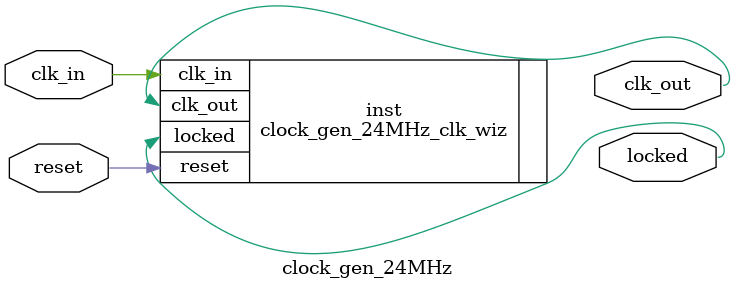
<source format=v>


`timescale 1ps/1ps

(* CORE_GENERATION_INFO = "clock_gen_24MHz,clk_wiz_v6_0_11_0_0,{component_name=clock_gen_24MHz,use_phase_alignment=true,use_min_o_jitter=false,use_max_i_jitter=false,use_dyn_phase_shift=false,use_inclk_switchover=false,use_dyn_reconfig=false,enable_axi=0,feedback_source=FDBK_AUTO,PRIMITIVE=MMCM,num_out_clk=1,clkin1_period=83.333,clkin2_period=10.0,use_power_down=false,use_reset=true,use_locked=true,use_inclk_stopped=false,feedback_type=SINGLE,CLOCK_MGR_TYPE=NA,manual_override=false}" *)

module clock_gen_24MHz 
 (
  // Clock out ports
  output        clk_out,
  // Status and control signals
  input         reset,
  output        locked,
 // Clock in ports
  input         clk_in
 );

  clock_gen_24MHz_clk_wiz inst
  (
  // Clock out ports  
  .clk_out(clk_out),
  // Status and control signals               
  .reset(reset), 
  .locked(locked),
 // Clock in ports
  .clk_in(clk_in)
  );

endmodule

</source>
